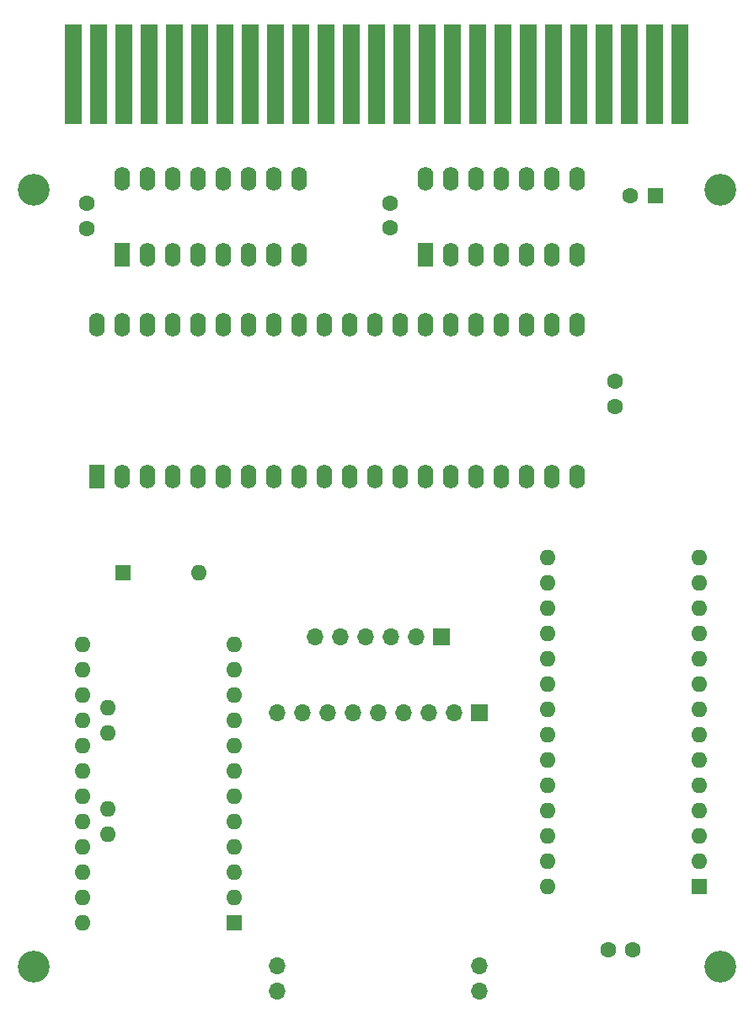
<source format=gts>
G04 #@! TF.GenerationSoftware,KiCad,Pcbnew,(5.1.9)-1*
G04 #@! TF.CreationDate,2023-05-17T23:02:02+09:00*
G04 #@! TF.ProjectId,MSX_SD,4d53585f-5344-42e6-9b69-6361645f7063,rev?*
G04 #@! TF.SameCoordinates,PX53920b0PY93c3260*
G04 #@! TF.FileFunction,Soldermask,Top*
G04 #@! TF.FilePolarity,Negative*
%FSLAX46Y46*%
G04 Gerber Fmt 4.6, Leading zero omitted, Abs format (unit mm)*
G04 Created by KiCad (PCBNEW (5.1.9)-1) date 2023-05-17 23:02:02*
%MOMM*%
%LPD*%
G01*
G04 APERTURE LIST*
%ADD10C,1.600000*%
%ADD11R,1.600000X2.400000*%
%ADD12O,1.600000X2.400000*%
%ADD13C,3.200000*%
%ADD14R,1.600000X1.600000*%
%ADD15R,1.700000X1.700000*%
%ADD16O,1.700000X1.700000*%
%ADD17O,1.600000X1.600000*%
%ADD18R,1.780000X10.000000*%
G04 APERTURE END LIST*
D10*
X63373000Y63755000D03*
X63373000Y61255000D03*
D11*
X11303000Y54230000D03*
D12*
X59563000Y69470000D03*
X13843000Y54230000D03*
X57023000Y69470000D03*
X16383000Y54230000D03*
X54483000Y69470000D03*
X18923000Y54230000D03*
X51943000Y69470000D03*
X21463000Y54230000D03*
X49403000Y69470000D03*
X24003000Y54230000D03*
X46863000Y69470000D03*
X26543000Y54230000D03*
X44323000Y69470000D03*
X29083000Y54230000D03*
X41783000Y69470000D03*
X31623000Y54230000D03*
X39243000Y69470000D03*
X34163000Y54230000D03*
X36703000Y69470000D03*
X36703000Y54230000D03*
X34163000Y69470000D03*
X39243000Y54230000D03*
X31623000Y69470000D03*
X41783000Y54230000D03*
X29083000Y69470000D03*
X44323000Y54230000D03*
X26543000Y69470000D03*
X46863000Y54230000D03*
X24003000Y69470000D03*
X49403000Y54230000D03*
X21463000Y69470000D03*
X51943000Y54230000D03*
X18923000Y69470000D03*
X54483000Y54230000D03*
X16383000Y69470000D03*
X57023000Y54230000D03*
X13843000Y69470000D03*
X59563000Y54230000D03*
X11303000Y69470000D03*
D10*
X62712000Y6722000D03*
X65212000Y6722000D03*
D13*
X5000000Y83000000D03*
X74000000Y83000000D03*
X74000000Y5000000D03*
X5000000Y5000000D03*
D14*
X67438000Y82381000D03*
D10*
X64938000Y82381000D03*
X40793000Y79144000D03*
X40793000Y81644000D03*
D15*
X49810000Y30480000D03*
D16*
X47270000Y30480000D03*
X44730000Y30480000D03*
X42190000Y30480000D03*
X39650000Y30480000D03*
X37110000Y30480000D03*
X34570000Y30480000D03*
X32030000Y30480000D03*
X29490000Y30480000D03*
X29490000Y2540000D03*
X29490000Y5080000D03*
X49810000Y2540000D03*
X49810000Y5080000D03*
D14*
X25146000Y9418000D03*
D17*
X25146000Y11958000D03*
X25146000Y14498000D03*
X9906000Y37358000D03*
X25146000Y17038000D03*
X9906000Y34818000D03*
X25146000Y19578000D03*
X9906000Y32278000D03*
X25146000Y22118000D03*
X9906000Y29738000D03*
X25146000Y24658000D03*
X9906000Y27198000D03*
X25146000Y27198000D03*
X9906000Y24658000D03*
X25146000Y29738000D03*
X9906000Y22118000D03*
X25146000Y32278000D03*
X9906000Y19578000D03*
X25146000Y34818000D03*
X9906000Y17038000D03*
X25146000Y37358000D03*
X9906000Y14498000D03*
X9906000Y11958000D03*
X9906000Y9418000D03*
X12446000Y18308000D03*
X12446000Y20848000D03*
X12446000Y28468000D03*
X12446000Y31008000D03*
D15*
X46000000Y38100000D03*
D16*
X43460000Y38100000D03*
X40920000Y38100000D03*
X38380000Y38100000D03*
X35840000Y38100000D03*
X33300000Y38100000D03*
D14*
X71882000Y13081000D03*
D17*
X56642000Y46101000D03*
X71882000Y15621000D03*
X56642000Y43561000D03*
X71882000Y18161000D03*
X56642000Y41021000D03*
X71882000Y20701000D03*
X56642000Y38481000D03*
X71882000Y23241000D03*
X56642000Y35941000D03*
X71882000Y25781000D03*
X56642000Y33401000D03*
X71882000Y28321000D03*
X56642000Y30861000D03*
X71882000Y30861000D03*
X56642000Y28321000D03*
X71882000Y33401000D03*
X56642000Y25781000D03*
X71882000Y35941000D03*
X56642000Y23241000D03*
X71882000Y38481000D03*
X56642000Y20701000D03*
X71882000Y41021000D03*
X56642000Y18161000D03*
X71882000Y43561000D03*
X56642000Y15621000D03*
X71882000Y46101000D03*
X56642000Y13081000D03*
D10*
X10287000Y79121000D03*
X10287000Y81621000D03*
D18*
X9000000Y94615000D03*
X11540000Y94615000D03*
X14080000Y94615000D03*
X16620000Y94615000D03*
X19160000Y94615000D03*
X21700000Y94615000D03*
X24240000Y94615000D03*
X26780000Y94615000D03*
X29320000Y94615000D03*
X31860000Y94615000D03*
X34400000Y94615000D03*
X36940000Y94615000D03*
X39480000Y94615000D03*
X42020000Y94615000D03*
X44560000Y94615000D03*
X47100000Y94615000D03*
X49640000Y94615000D03*
X52180000Y94615000D03*
X54720000Y94615000D03*
X57260000Y94615000D03*
X59800000Y94615000D03*
X62340000Y94615000D03*
X64880000Y94615000D03*
X67420000Y94615000D03*
X69960000Y94615000D03*
D11*
X13843000Y76454000D03*
D12*
X31623000Y84074000D03*
X16383000Y76454000D03*
X29083000Y84074000D03*
X18923000Y76454000D03*
X26543000Y84074000D03*
X21463000Y76454000D03*
X24003000Y84074000D03*
X24003000Y76454000D03*
X21463000Y84074000D03*
X26543000Y76454000D03*
X18923000Y84074000D03*
X29083000Y76454000D03*
X16383000Y84074000D03*
X31623000Y76454000D03*
X13843000Y84074000D03*
D11*
X44323000Y76454000D03*
D12*
X59563000Y84074000D03*
X46863000Y76454000D03*
X57023000Y84074000D03*
X49403000Y76454000D03*
X54483000Y84074000D03*
X51943000Y76454000D03*
X51943000Y84074000D03*
X54483000Y76454000D03*
X49403000Y84074000D03*
X57023000Y76454000D03*
X46863000Y84074000D03*
X59563000Y76454000D03*
X44323000Y84074000D03*
D14*
X13945000Y44501000D03*
D17*
X21565000Y44501000D03*
M02*

</source>
